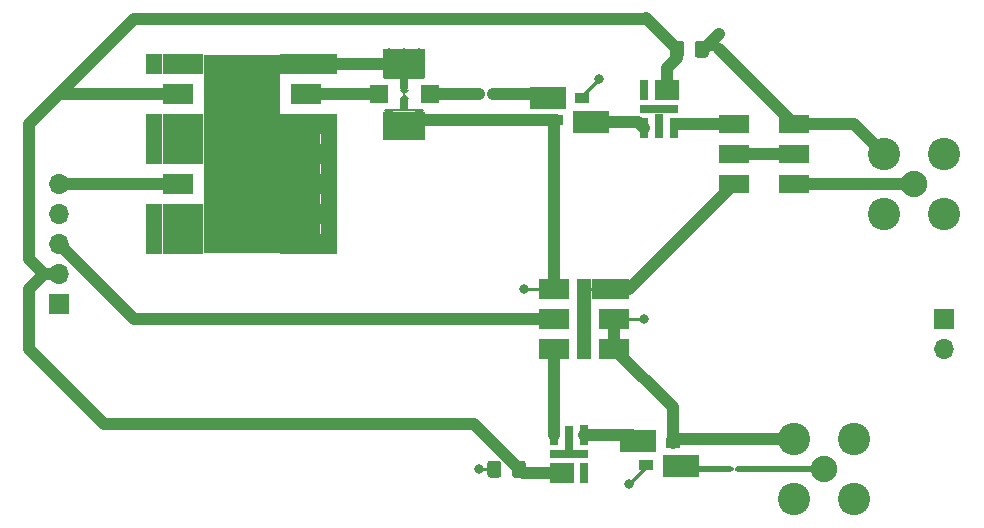
<source format=gtl>
%TF.GenerationSoftware,KiCad,Pcbnew,5.1.9-73d0e3b20d~88~ubuntu20.04.1*%
%TF.CreationDate,2021-08-29T02:04:36+07:00*%
%TF.ProjectId,rf_gpr,72665f67-7072-42e6-9b69-6361645f7063,rev?*%
%TF.SameCoordinates,Original*%
%TF.FileFunction,Copper,L1,Top*%
%TF.FilePolarity,Positive*%
%FSLAX46Y46*%
G04 Gerber Fmt 4.6, Leading zero omitted, Abs format (unit mm)*
G04 Created by KiCad (PCBNEW 5.1.9-73d0e3b20d~88~ubuntu20.04.1) date 2021-08-29 02:04:36*
%MOMM*%
%LPD*%
G01*
G04 APERTURE LIST*
%TA.AperFunction,SMDPad,CuDef*%
%ADD10R,2.540000X1.650000*%
%TD*%
%TA.AperFunction,ComponentPad*%
%ADD11O,1.700000X1.700000*%
%TD*%
%TA.AperFunction,ComponentPad*%
%ADD12R,1.700000X1.700000*%
%TD*%
%TA.AperFunction,ComponentPad*%
%ADD13C,0.808000*%
%TD*%
%TA.AperFunction,SMDPad,CuDef*%
%ADD14R,3.048000X1.879600*%
%TD*%
%TA.AperFunction,SMDPad,CuDef*%
%ADD15R,1.295400X1.193800*%
%TD*%
%TA.AperFunction,SMDPad,CuDef*%
%ADD16R,1.295400X0.889000*%
%TD*%
%TA.AperFunction,SMDPad,CuDef*%
%ADD17R,0.790000X1.680000*%
%TD*%
%TA.AperFunction,SMDPad,CuDef*%
%ADD18R,2.060000X1.680000*%
%TD*%
%TA.AperFunction,SMDPad,CuDef*%
%ADD19R,3.330000X0.690000*%
%TD*%
%TA.AperFunction,SMDPad,CuDef*%
%ADD20R,0.790000X2.110000*%
%TD*%
%TA.AperFunction,SMDPad,CuDef*%
%ADD21R,0.635000X1.651000*%
%TD*%
%TA.AperFunction,SMDPad,CuDef*%
%ADD22R,1.270000X6.731000*%
%TD*%
%TA.AperFunction,ComponentPad*%
%ADD23C,1.016000*%
%TD*%
%TA.AperFunction,SMDPad,CuDef*%
%ADD24R,2.540000X1.651000*%
%TD*%
%TA.AperFunction,ComponentPad*%
%ADD25C,0.762000*%
%TD*%
%TA.AperFunction,SMDPad,CuDef*%
%ADD26R,3.556000X2.423922*%
%TD*%
%TA.AperFunction,SMDPad,CuDef*%
%ADD27R,0.762000X0.889000*%
%TD*%
%TA.AperFunction,SMDPad,CuDef*%
%ADD28C,0.100000*%
%TD*%
%TA.AperFunction,SMDPad,CuDef*%
%ADD29R,0.203200X0.203200*%
%TD*%
%TA.AperFunction,SMDPad,CuDef*%
%ADD30R,1.520000X1.520000*%
%TD*%
%TA.AperFunction,SMDPad,CuDef*%
%ADD31R,3.429000X1.651000*%
%TD*%
%TA.AperFunction,SMDPad,CuDef*%
%ADD32R,3.429000X11.811000*%
%TD*%
%TA.AperFunction,SMDPad,CuDef*%
%ADD33R,3.429000X4.191000*%
%TD*%
%TA.AperFunction,SMDPad,CuDef*%
%ADD34R,1.473200X1.651000*%
%TD*%
%TA.AperFunction,SMDPad,CuDef*%
%ADD35R,1.473200X11.811000*%
%TD*%
%TA.AperFunction,SMDPad,CuDef*%
%ADD36R,1.473200X4.191000*%
%TD*%
%TA.AperFunction,SMDPad,CuDef*%
%ADD37R,6.477000X16.891000*%
%TD*%
%TA.AperFunction,ComponentPad*%
%ADD38C,2.240000*%
%TD*%
%TA.AperFunction,ComponentPad*%
%ADD39C,2.740000*%
%TD*%
%TA.AperFunction,ViaPad*%
%ADD40C,0.800000*%
%TD*%
%TA.AperFunction,Conductor*%
%ADD41C,1.000000*%
%TD*%
%TA.AperFunction,Conductor*%
%ADD42C,0.250000*%
%TD*%
%TA.AperFunction,Conductor*%
%ADD43C,0.500000*%
%TD*%
G04 APERTURE END LIST*
D10*
%TO.P,U6,6*%
%TO.N,GND*%
X144780000Y-67310000D03*
%TO.P,U6,5*%
%TO.N,Net-(U6-Pad2)*%
X144780000Y-69850000D03*
%TO.P,U6,4*%
%TO.N,Net-(J2-Pad1)*%
X144780000Y-72390000D03*
%TO.P,U6,3*%
%TO.N,Net-(U3-Pad6)*%
X139700000Y-72390000D03*
%TO.P,U6,2*%
%TO.N,Net-(U6-Pad2)*%
X139700000Y-69850000D03*
%TO.P,U6,1*%
%TO.N,Net-(U6-Pad1)*%
X139700000Y-67310000D03*
%TD*%
D11*
%TO.P,Dummy,2*%
%TO.N,N/C*%
X157480000Y-86360000D03*
D12*
%TO.P,Dummy,1*%
X157480000Y-83820000D03*
%TD*%
D13*
%TO.P,U8,3*%
%TO.N,Net-(C4-Pad2)*%
X136283700Y-96685100D03*
X136283700Y-95770700D03*
%TO.P,U8,1*%
%TO.N,Net-(U5-Pad1)*%
X130441700Y-94602300D03*
X130441700Y-93687900D03*
D14*
X131533900Y-94145100D03*
%TO.P,U8,3*%
%TO.N,Net-(C4-Pad2)*%
X135191500Y-96227900D03*
D15*
X134467600Y-95999300D03*
D16*
%TO.P,U8,4*%
%TO.N,GND*%
X132257800Y-96202500D03*
%TO.P,U8,1*%
%TO.N,Net-(U5-Pad1)*%
X132257800Y-94297500D03*
%TO.P,U8,2*%
%TO.N,GND*%
X134467600Y-94297500D03*
%TD*%
D17*
%TO.P,U7,1*%
%TO.N,Net-(U4-Pad1)*%
X132080000Y-67650000D03*
%TO.P,U7,2*%
%TO.N,Net-(U6-Pad1)*%
X134620000Y-67650000D03*
D18*
%TO.P,U7,3*%
%TO.N,+5V*%
X133985000Y-64430000D03*
D17*
%TO.P,U7,4*%
%TO.N,Net-(U7-Pad4)*%
X132080000Y-64430000D03*
D19*
%TO.P,U7,5*%
%TO.N,N/C*%
X133350000Y-66040000D03*
D20*
%TO.P,U7,6*%
X133350000Y-67435000D03*
%TD*%
D17*
%TO.P,U5,1*%
%TO.N,Net-(U5-Pad1)*%
X127000000Y-93640000D03*
%TO.P,U5,2*%
%TO.N,Net-(U3-Pad3)*%
X124460000Y-93640000D03*
D18*
%TO.P,U5,3*%
%TO.N,+5V*%
X125095000Y-96860000D03*
D17*
%TO.P,U5,4*%
%TO.N,Net-(U5-Pad4)*%
X127000000Y-96860000D03*
D19*
%TO.P,U5,5*%
%TO.N,N/C*%
X125730000Y-95250000D03*
D20*
%TO.P,U5,6*%
X125730000Y-93855000D03*
%TD*%
D13*
%TO.P,U4,3*%
%TO.N,Net-(C1-Pad1)*%
X122796300Y-64604900D03*
X122796300Y-65519300D03*
%TO.P,U4,1*%
%TO.N,Net-(U4-Pad1)*%
X128638300Y-66687700D03*
X128638300Y-67602100D03*
D14*
X127546100Y-67144900D03*
%TO.P,U4,3*%
%TO.N,Net-(C1-Pad1)*%
X123888500Y-65062100D03*
D15*
X124612400Y-65290700D03*
D16*
%TO.P,U4,4*%
%TO.N,GND*%
X126822200Y-65087500D03*
%TO.P,U4,1*%
%TO.N,Net-(U4-Pad1)*%
X126822200Y-66992500D03*
%TO.P,U4,2*%
%TO.N,GND*%
X124612400Y-66992500D03*
%TD*%
D21*
%TO.P,U3,6*%
%TO.N,Net-(U3-Pad6)*%
X127952500Y-81280000D03*
D22*
X127000000Y-83820000D03*
D23*
X127000000Y-86360000D03*
X127000000Y-85090000D03*
X127000000Y-83820000D03*
X127000000Y-82550000D03*
X127000000Y-81280000D03*
D24*
X129540000Y-81280000D03*
%TO.P,U3,5*%
%TO.N,GND*%
X129540000Y-83820000D03*
%TO.P,U3,4*%
X129540000Y-86360000D03*
%TO.P,U3,3*%
%TO.N,Net-(U3-Pad3)*%
X124460000Y-86360000D03*
%TO.P,U3,2*%
%TO.N,Net-(J1-Pad3)*%
X124460000Y-83820000D03*
%TO.P,U3,1*%
%TO.N,GND*%
X124460000Y-81280000D03*
%TD*%
D25*
%TO.P,U2,4*%
%TO.N,GND*%
X111760000Y-64135000D03*
D26*
X111760000Y-62108461D03*
D27*
X111760000Y-63944500D03*
D23*
X110490000Y-61404500D03*
X113030000Y-62953900D03*
%TA.AperFunction,SMDPad,CuDef*%
D28*
G36*
X111379000Y-64389000D02*
G01*
X112141000Y-64389000D01*
X111861600Y-64668400D01*
X111658400Y-64668400D01*
X111379000Y-64389000D01*
G37*
%TD.AperFunction*%
D23*
X113030000Y-61404500D03*
X110490000Y-62953900D03*
X111760000Y-61404500D03*
%TA.AperFunction,SMDPad,CuDef*%
D28*
G36*
X109982000Y-63321057D02*
G01*
X113538000Y-63321057D01*
X113358422Y-63500635D01*
X110161578Y-63500635D01*
X109982000Y-63321057D01*
G37*
%TD.AperFunction*%
D23*
%TO.P,U2,2*%
X110490000Y-66586100D03*
X113030000Y-66586100D03*
X110490000Y-68135500D03*
X111760000Y-68135500D03*
X113030000Y-68135500D03*
D25*
X111760000Y-65405000D03*
%TA.AperFunction,SMDPad,CuDef*%
D28*
G36*
X113538000Y-66218943D02*
G01*
X109982000Y-66218943D01*
X110161578Y-66039365D01*
X113358422Y-66039365D01*
X113538000Y-66218943D01*
G37*
%TD.AperFunction*%
D26*
X111760000Y-67431539D03*
D27*
X111760000Y-65595500D03*
%TA.AperFunction,SMDPad,CuDef*%
D28*
G36*
X112141000Y-65151000D02*
G01*
X111379000Y-65151000D01*
X111658400Y-64871600D01*
X111861600Y-64871600D01*
X112141000Y-65151000D01*
G37*
%TD.AperFunction*%
D29*
X111760000Y-64770000D03*
D30*
%TO.P,U2,3*%
%TO.N,Net-(C1-Pad2)*%
X113920000Y-64770000D03*
%TO.P,U2,1*%
%TO.N,Net-(U1-Pad13)*%
X109600000Y-64770000D03*
%TD*%
D31*
%TO.P,U1,1*%
%TO.N,GND*%
X102958900Y-62230000D03*
X93052900Y-62230000D03*
D32*
X102958900Y-72390000D03*
D33*
X93052900Y-68580000D03*
X93052900Y-76200000D03*
D34*
X105410000Y-62230000D03*
D35*
X105410000Y-72390000D03*
D34*
X90601800Y-62230000D03*
D36*
X90601800Y-68580000D03*
X90601800Y-76200000D03*
D37*
X98005900Y-69850000D03*
D23*
X90525600Y-62230000D03*
X90525600Y-67310000D03*
X90525600Y-69850000D03*
X90525600Y-74930000D03*
X90525600Y-77470000D03*
X105486200Y-77470000D03*
X105486200Y-74930000D03*
X105486200Y-72390000D03*
X105486200Y-69850000D03*
X105486200Y-67310000D03*
X105486200Y-62230000D03*
X100660200Y-62230000D03*
X100660200Y-64770000D03*
X100660200Y-67310000D03*
X100660200Y-69850000D03*
X100660200Y-72390000D03*
X100660200Y-74930000D03*
X100660200Y-77470000D03*
X95351600Y-77470000D03*
X95351600Y-74930000D03*
X95351600Y-72390000D03*
X95351600Y-69850000D03*
X95351600Y-67310000D03*
X95351600Y-64770000D03*
X95351600Y-62230000D03*
D24*
%TO.P,U1,8*%
X103403400Y-77470000D03*
%TO.P,U1,9*%
X103403400Y-74930000D03*
%TO.P,U1,10*%
X103403400Y-72390000D03*
%TO.P,U1,11*%
X103403400Y-69850000D03*
%TO.P,U1,12*%
X103403400Y-67310000D03*
%TO.P,U1,13*%
%TO.N,Net-(U1-Pad13)*%
X103403400Y-64770000D03*
%TO.P,U1,14*%
%TO.N,GND*%
X103403400Y-62230000D03*
%TO.P,U1,7*%
X92608400Y-77470000D03*
%TO.P,U1,6*%
X92608400Y-74930000D03*
%TO.P,U1,5*%
%TO.N,Net-(J1-Pad5)*%
X92608400Y-72390000D03*
%TO.P,U1,4*%
%TO.N,GND*%
X92608400Y-69850000D03*
%TO.P,U1,3*%
X92608400Y-67310000D03*
%TO.P,U1,2*%
%TO.N,+5V*%
X92608400Y-64770000D03*
%TO.P,U1,1*%
%TO.N,GND*%
X92608400Y-62230000D03*
%TD*%
D38*
%TO.P,J3,1*%
%TO.N,Net-(C4-Pad1)*%
X147320000Y-96520000D03*
D39*
%TO.P,J3,2*%
%TO.N,GND*%
X144780000Y-93980000D03*
X149860000Y-93980000D03*
X149860000Y-99060000D03*
X144780000Y-99060000D03*
%TD*%
D38*
%TO.P,J2,1*%
%TO.N,Net-(J2-Pad1)*%
X154940000Y-72390000D03*
D39*
%TO.P,J2,2*%
%TO.N,GND*%
X152400000Y-69850000D03*
X157480000Y-69850000D03*
X157480000Y-74930000D03*
X152400000Y-74930000D03*
%TD*%
D11*
%TO.P,J1,5*%
%TO.N,Net-(J1-Pad5)*%
X82550000Y-72390000D03*
%TO.P,J1,4*%
%TO.N,GND*%
X82550000Y-74930000D03*
%TO.P,J1,3*%
%TO.N,Net-(J1-Pad3)*%
X82550000Y-77470000D03*
%TO.P,J1,2*%
%TO.N,+5V*%
X82550000Y-80010000D03*
D12*
%TO.P,J1,1*%
%TO.N,Net-(J1-Pad1)*%
X82550000Y-82550000D03*
%TD*%
%TO.P,C4,2*%
%TO.N,Net-(C4-Pad2)*%
%TA.AperFunction,SMDPad,CuDef*%
G36*
G01*
X139650000Y-96445000D02*
X139650000Y-96595000D01*
G75*
G02*
X139575000Y-96670000I-75000J0D01*
G01*
X139150000Y-96670000D01*
G75*
G02*
X139075000Y-96595000I0J75000D01*
G01*
X139075000Y-96445000D01*
G75*
G02*
X139150000Y-96370000I75000J0D01*
G01*
X139575000Y-96370000D01*
G75*
G02*
X139650000Y-96445000I0J-75000D01*
G01*
G37*
%TD.AperFunction*%
%TO.P,C4,1*%
%TO.N,Net-(C4-Pad1)*%
%TA.AperFunction,SMDPad,CuDef*%
G36*
G01*
X140325000Y-96445000D02*
X140325000Y-96595000D01*
G75*
G02*
X140250000Y-96670000I-75000J0D01*
G01*
X139825000Y-96670000D01*
G75*
G02*
X139750000Y-96595000I0J75000D01*
G01*
X139750000Y-96445000D01*
G75*
G02*
X139825000Y-96370000I75000J0D01*
G01*
X140250000Y-96370000D01*
G75*
G02*
X140325000Y-96445000I0J-75000D01*
G01*
G37*
%TD.AperFunction*%
%TD*%
%TO.P,C3,2*%
%TO.N,+5V*%
%TA.AperFunction,SMDPad,CuDef*%
G36*
G01*
X135440000Y-60485000D02*
X135440000Y-61435000D01*
G75*
G02*
X135190000Y-61685000I-250000J0D01*
G01*
X134515000Y-61685000D01*
G75*
G02*
X134265000Y-61435000I0J250000D01*
G01*
X134265000Y-60485000D01*
G75*
G02*
X134515000Y-60235000I250000J0D01*
G01*
X135190000Y-60235000D01*
G75*
G02*
X135440000Y-60485000I0J-250000D01*
G01*
G37*
%TD.AperFunction*%
%TO.P,C3,1*%
%TO.N,GND*%
%TA.AperFunction,SMDPad,CuDef*%
G36*
G01*
X137515000Y-60485000D02*
X137515000Y-61435000D01*
G75*
G02*
X137265000Y-61685000I-250000J0D01*
G01*
X136590000Y-61685000D01*
G75*
G02*
X136340000Y-61435000I0J250000D01*
G01*
X136340000Y-60485000D01*
G75*
G02*
X136590000Y-60235000I250000J0D01*
G01*
X137265000Y-60235000D01*
G75*
G02*
X137515000Y-60485000I0J-250000D01*
G01*
G37*
%TD.AperFunction*%
%TD*%
%TO.P,C2,2*%
%TO.N,+5V*%
%TA.AperFunction,SMDPad,CuDef*%
G36*
G01*
X120867500Y-96995000D02*
X120867500Y-96045000D01*
G75*
G02*
X121117500Y-95795000I250000J0D01*
G01*
X121792500Y-95795000D01*
G75*
G02*
X122042500Y-96045000I0J-250000D01*
G01*
X122042500Y-96995000D01*
G75*
G02*
X121792500Y-97245000I-250000J0D01*
G01*
X121117500Y-97245000D01*
G75*
G02*
X120867500Y-96995000I0J250000D01*
G01*
G37*
%TD.AperFunction*%
%TO.P,C2,1*%
%TO.N,GND*%
%TA.AperFunction,SMDPad,CuDef*%
G36*
G01*
X118792500Y-96995000D02*
X118792500Y-96045000D01*
G75*
G02*
X119042500Y-95795000I250000J0D01*
G01*
X119717500Y-95795000D01*
G75*
G02*
X119967500Y-96045000I0J-250000D01*
G01*
X119967500Y-96995000D01*
G75*
G02*
X119717500Y-97245000I-250000J0D01*
G01*
X119042500Y-97245000D01*
G75*
G02*
X118792500Y-96995000I0J250000D01*
G01*
G37*
%TD.AperFunction*%
%TD*%
%TO.P,C1,2*%
%TO.N,Net-(C1-Pad2)*%
%TA.AperFunction,SMDPad,CuDef*%
G36*
G01*
X118477500Y-64615000D02*
X118477500Y-64925000D01*
G75*
G02*
X118322500Y-65080000I-155000J0D01*
G01*
X117897500Y-65080000D01*
G75*
G02*
X117742500Y-64925000I0J155000D01*
G01*
X117742500Y-64615000D01*
G75*
G02*
X117897500Y-64460000I155000J0D01*
G01*
X118322500Y-64460000D01*
G75*
G02*
X118477500Y-64615000I0J-155000D01*
G01*
G37*
%TD.AperFunction*%
%TO.P,C1,1*%
%TO.N,Net-(C1-Pad1)*%
%TA.AperFunction,SMDPad,CuDef*%
G36*
G01*
X119612500Y-64615000D02*
X119612500Y-64925000D01*
G75*
G02*
X119457500Y-65080000I-155000J0D01*
G01*
X119032500Y-65080000D01*
G75*
G02*
X118877500Y-64925000I0J155000D01*
G01*
X118877500Y-64615000D01*
G75*
G02*
X119032500Y-64460000I155000J0D01*
G01*
X119457500Y-64460000D01*
G75*
G02*
X119612500Y-64615000I0J-155000D01*
G01*
G37*
%TD.AperFunction*%
%TD*%
D40*
%TO.N,GND*%
X128270000Y-63500000D03*
X138430000Y-59690000D03*
X132080000Y-83820000D03*
X121920000Y-81280000D03*
X130810000Y-97790000D03*
X118110000Y-96520000D03*
%TD*%
D41*
%TO.N,Net-(C1-Pad2)*%
X118110000Y-64770000D02*
X113920000Y-64770000D01*
D42*
%TO.N,Net-(C1-Pad1)*%
X119410100Y-64604900D02*
X119245000Y-64770000D01*
X119537100Y-65062100D02*
X119245000Y-64770000D01*
X123596400Y-64770000D02*
X123888500Y-65062100D01*
D41*
X119245000Y-64770000D02*
X123596400Y-64770000D01*
%TO.N,+5V*%
X82550000Y-80010000D02*
X81280000Y-80010000D01*
X81280000Y-80010000D02*
X80010000Y-78740000D01*
X80010000Y-78740000D02*
X80010000Y-67310000D01*
X82550000Y-64770000D02*
X92608400Y-64770000D01*
X80010000Y-67310000D02*
X82550000Y-64770000D01*
X133985000Y-62552500D02*
X133985000Y-64430000D01*
X134852500Y-61685000D02*
X133985000Y-62552500D01*
D42*
X134852500Y-60960000D02*
X134852500Y-61685000D01*
X121795000Y-96860000D02*
X121455000Y-96520000D01*
D41*
X125095000Y-96860000D02*
X121795000Y-96860000D01*
D42*
X132080000Y-58420000D02*
X132196250Y-58303750D01*
D41*
X132196250Y-58303750D02*
X134852500Y-60960000D01*
X88900000Y-58420000D02*
X132080000Y-58420000D01*
X80010000Y-67310000D02*
X88900000Y-58420000D01*
X117645000Y-92710000D02*
X121455000Y-96520000D01*
X86360000Y-92710000D02*
X117645000Y-92710000D01*
X80010000Y-86360000D02*
X86360000Y-92710000D01*
X80010000Y-81280000D02*
X80010000Y-86360000D01*
X81280000Y-80010000D02*
X80010000Y-81280000D01*
%TO.N,GND*%
X149860000Y-67310000D02*
X152400000Y-69850000D01*
X144780000Y-67310000D02*
X149860000Y-67310000D01*
X138430000Y-60960000D02*
X144780000Y-67310000D01*
D42*
X136927500Y-60960000D02*
X138430000Y-60960000D01*
X113436400Y-66992500D02*
X113030000Y-66586100D01*
D41*
X124612400Y-66992500D02*
X113436400Y-66992500D01*
D42*
X111760000Y-63320422D02*
X111580422Y-63320422D01*
D41*
X110490000Y-62230000D02*
X105410000Y-62230000D01*
D42*
X111580422Y-63320422D02*
X110490000Y-62230000D01*
X124460000Y-67144900D02*
X124612400Y-66992500D01*
D41*
X124460000Y-81280000D02*
X124460000Y-67144900D01*
X129540000Y-83820000D02*
X129540000Y-86360000D01*
D42*
X134785100Y-93980000D02*
X134467600Y-94297500D01*
D41*
X144780000Y-93980000D02*
X134785100Y-93980000D01*
X134467600Y-91287600D02*
X134467600Y-94297500D01*
X129540000Y-86360000D02*
X134467600Y-91287600D01*
D42*
X126822200Y-64947800D02*
X128270000Y-63500000D01*
X126822200Y-65087500D02*
X126822200Y-64947800D01*
D41*
X137160000Y-60960000D02*
X138430000Y-59690000D01*
D42*
X136927500Y-60960000D02*
X137160000Y-60960000D01*
X129540000Y-83820000D02*
X132080000Y-83820000D01*
X124460000Y-81280000D02*
X121920000Y-81280000D01*
X132257800Y-96342200D02*
X130810000Y-97790000D01*
X132257800Y-96202500D02*
X132257800Y-96342200D01*
X119380000Y-96520000D02*
X118110000Y-96520000D01*
X102958900Y-62230000D02*
X105410000Y-62230000D01*
%TO.N,Net-(C4-Pad2)*%
X135483600Y-96520000D02*
X135191500Y-96227900D01*
D43*
X139362500Y-96520000D02*
X135483600Y-96520000D01*
%TO.N,Net-(C4-Pad1)*%
X140037500Y-96520000D02*
X147320000Y-96520000D01*
D41*
%TO.N,Net-(J1-Pad5)*%
X82550000Y-72390000D02*
X92608400Y-72390000D01*
%TO.N,Net-(J1-Pad3)*%
X82550000Y-77470000D02*
X88900000Y-83820000D01*
X88900000Y-83820000D02*
X124460000Y-83820000D01*
%TO.N,Net-(J2-Pad1)*%
X144780000Y-72390000D02*
X154940000Y-72390000D01*
%TO.N,Net-(U1-Pad13)*%
X109600000Y-64770000D02*
X103403400Y-64770000D01*
%TO.N,Net-(U3-Pad6)*%
X139700000Y-72390000D02*
X130810000Y-81280000D01*
D42*
X130810000Y-81280000D02*
X129540000Y-81280000D01*
X128020000Y-81280000D02*
X127000000Y-81280000D01*
X129540000Y-81280000D02*
X128020000Y-81280000D01*
D41*
%TO.N,Net-(U3-Pad3)*%
X124460000Y-86360000D02*
X124460000Y-93640000D01*
D42*
%TO.N,Net-(U4-Pad1)*%
X128051200Y-67650000D02*
X127546100Y-67144900D01*
D41*
X131574900Y-67144900D02*
X132080000Y-67650000D01*
X127546100Y-67144900D02*
X131574900Y-67144900D01*
D42*
%TO.N,Net-(U5-Pad1)*%
X131028800Y-93640000D02*
X131533900Y-94145100D01*
D41*
X127000000Y-93640000D02*
X131028800Y-93640000D01*
%TO.N,Net-(U6-Pad2)*%
X139700000Y-69850000D02*
X144780000Y-69850000D01*
D42*
%TO.N,Net-(U6-Pad1)*%
X134960000Y-67310000D02*
X134620000Y-67650000D01*
D41*
X139700000Y-67310000D02*
X134960000Y-67310000D01*
%TD*%
M02*

</source>
